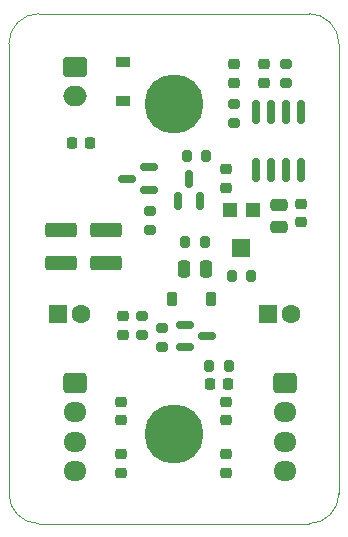
<source format=gbr>
%TF.GenerationSoftware,KiCad,Pcbnew,7.0.6*%
%TF.CreationDate,2024-05-19T20:46:52-05:00*%
%TF.ProjectId,Magic_Wand_Timer,4d616769-635f-4576-916e-645f54696d65,rev?*%
%TF.SameCoordinates,Original*%
%TF.FileFunction,Soldermask,Top*%
%TF.FilePolarity,Negative*%
%FSLAX46Y46*%
G04 Gerber Fmt 4.6, Leading zero omitted, Abs format (unit mm)*
G04 Created by KiCad (PCBNEW 7.0.6) date 2024-05-19 20:46:52*
%MOMM*%
%LPD*%
G01*
G04 APERTURE LIST*
G04 Aperture macros list*
%AMRoundRect*
0 Rectangle with rounded corners*
0 $1 Rounding radius*
0 $2 $3 $4 $5 $6 $7 $8 $9 X,Y pos of 4 corners*
0 Add a 4 corners polygon primitive as box body*
4,1,4,$2,$3,$4,$5,$6,$7,$8,$9,$2,$3,0*
0 Add four circle primitives for the rounded corners*
1,1,$1+$1,$2,$3*
1,1,$1+$1,$4,$5*
1,1,$1+$1,$6,$7*
1,1,$1+$1,$8,$9*
0 Add four rect primitives between the rounded corners*
20,1,$1+$1,$2,$3,$4,$5,0*
20,1,$1+$1,$4,$5,$6,$7,0*
20,1,$1+$1,$6,$7,$8,$9,0*
20,1,$1+$1,$8,$9,$2,$3,0*%
G04 Aperture macros list end*
%ADD10RoundRect,0.200000X0.275000X-0.200000X0.275000X0.200000X-0.275000X0.200000X-0.275000X-0.200000X0*%
%ADD11RoundRect,0.250000X-0.475000X0.250000X-0.475000X-0.250000X0.475000X-0.250000X0.475000X0.250000X0*%
%ADD12RoundRect,0.225000X-0.250000X0.225000X-0.250000X-0.225000X0.250000X-0.225000X0.250000X0.225000X0*%
%ADD13RoundRect,0.150000X0.587500X0.150000X-0.587500X0.150000X-0.587500X-0.150000X0.587500X-0.150000X0*%
%ADD14C,5.000000*%
%ADD15RoundRect,0.150000X-0.587500X-0.150000X0.587500X-0.150000X0.587500X0.150000X-0.587500X0.150000X0*%
%ADD16RoundRect,0.150000X0.150000X-0.587500X0.150000X0.587500X-0.150000X0.587500X-0.150000X-0.587500X0*%
%ADD17RoundRect,0.250000X-0.725000X0.600000X-0.725000X-0.600000X0.725000X-0.600000X0.725000X0.600000X0*%
%ADD18O,1.950000X1.700000*%
%ADD19RoundRect,0.200000X0.200000X0.275000X-0.200000X0.275000X-0.200000X-0.275000X0.200000X-0.275000X0*%
%ADD20RoundRect,0.225000X0.250000X-0.225000X0.250000X0.225000X-0.250000X0.225000X-0.250000X-0.225000X0*%
%ADD21RoundRect,0.225000X-0.225000X-0.250000X0.225000X-0.250000X0.225000X0.250000X-0.225000X0.250000X0*%
%ADD22R,1.600000X1.600000*%
%ADD23C,1.600000*%
%ADD24R,1.200000X0.900000*%
%ADD25RoundRect,0.225000X0.225000X0.375000X-0.225000X0.375000X-0.225000X-0.375000X0.225000X-0.375000X0*%
%ADD26RoundRect,0.200000X-0.275000X0.200000X-0.275000X-0.200000X0.275000X-0.200000X0.275000X0.200000X0*%
%ADD27RoundRect,0.250000X-0.750000X0.600000X-0.750000X-0.600000X0.750000X-0.600000X0.750000X0.600000X0*%
%ADD28O,2.000000X1.700000*%
%ADD29RoundRect,0.250000X-1.075000X0.375000X-1.075000X-0.375000X1.075000X-0.375000X1.075000X0.375000X0*%
%ADD30R,1.200000X1.200000*%
%ADD31R,1.600000X1.500000*%
%ADD32RoundRect,0.250000X-0.250000X-0.475000X0.250000X-0.475000X0.250000X0.475000X-0.250000X0.475000X0*%
%ADD33RoundRect,0.150000X-0.150000X0.825000X-0.150000X-0.825000X0.150000X-0.825000X0.150000X0.825000X0*%
%TA.AperFunction,Profile*%
%ADD34C,0.100000*%
%TD*%
G04 APERTURE END LIST*
D10*
%TO.C,R5*%
X171450000Y-91440000D03*
X171450000Y-93090000D03*
%TD*%
D11*
%TO.C,C14*%
X175260000Y-100015000D03*
X175260000Y-101915000D03*
%TD*%
D12*
%TO.C,C11*%
X171450000Y-89675000D03*
X171450000Y-88125000D03*
%TD*%
D13*
%TO.C,Q3*%
X164259500Y-98740000D03*
X164259500Y-96840000D03*
X162384500Y-97790000D03*
%TD*%
D14*
%TO.C,H2*%
X166370000Y-91440000D03*
%TD*%
D15*
%TO.C,Q1*%
X167337500Y-110175000D03*
X167337500Y-112075000D03*
X169212500Y-111125000D03*
%TD*%
D16*
%TO.C,Q2*%
X166690000Y-99665000D03*
X168590000Y-99665000D03*
X167640000Y-97790000D03*
%TD*%
D17*
%TO.C,J1*%
X158005000Y-115055000D03*
D18*
X158005000Y-117555000D03*
X158005000Y-120055000D03*
X158005000Y-122555000D03*
%TD*%
D19*
%TO.C,R8*%
X171260000Y-106045000D03*
X172910000Y-106045000D03*
%TD*%
D20*
%TO.C,C8*%
X161925000Y-116700000D03*
X161925000Y-118250000D03*
%TD*%
D21*
%TO.C,C4*%
X170955000Y-115189000D03*
X169405000Y-115189000D03*
%TD*%
D12*
%TO.C,C13*%
X173990000Y-89675000D03*
X173990000Y-88125000D03*
%TD*%
D22*
%TO.C,C5*%
X174304888Y-109220000D03*
D23*
X176304888Y-109220000D03*
%TD*%
D24*
%TO.C,D2*%
X162052000Y-91185000D03*
X162052000Y-87885000D03*
%TD*%
D25*
%TO.C,D1*%
X169544000Y-107950000D03*
X166244000Y-107950000D03*
%TD*%
D26*
%TO.C,R9*%
X164338000Y-102171000D03*
X164338000Y-100521000D03*
%TD*%
D21*
%TO.C,C15*%
X159271000Y-94742000D03*
X157721000Y-94742000D03*
%TD*%
D27*
%TO.C,J3*%
X158005000Y-88305000D03*
D28*
X158005000Y-90805000D03*
%TD*%
D12*
%TO.C,C3*%
X161925000Y-122695000D03*
X161925000Y-121145000D03*
%TD*%
D17*
%TO.C,J2*%
X175785000Y-115055000D03*
D18*
X175785000Y-117555000D03*
X175785000Y-120055000D03*
X175785000Y-122555000D03*
%TD*%
D12*
%TO.C,C6*%
X177165000Y-101486000D03*
X177165000Y-99936000D03*
%TD*%
D29*
%TO.C,F2*%
X156845000Y-104905000D03*
X156845000Y-102105000D03*
%TD*%
D12*
%TO.C,C1*%
X162052000Y-111011000D03*
X162052000Y-109461000D03*
%TD*%
D30*
%TO.C,RV1*%
X173085000Y-100435000D03*
D31*
X172085000Y-103685000D03*
D30*
X171085000Y-100435000D03*
%TD*%
D12*
%TO.C,C12*%
X170815000Y-122695000D03*
X170815000Y-121145000D03*
%TD*%
D10*
%TO.C,R2*%
X165354000Y-110427000D03*
X165354000Y-112077000D03*
%TD*%
D19*
%TO.C,R3*%
X169355000Y-113665000D03*
X171005000Y-113665000D03*
%TD*%
D22*
%TO.C,C2*%
X156524888Y-109220000D03*
D23*
X158524888Y-109220000D03*
%TD*%
D32*
%TO.C,C10*%
X167198000Y-105410000D03*
X169098000Y-105410000D03*
%TD*%
D20*
%TO.C,C9*%
X170815000Y-97015000D03*
X170815000Y-98565000D03*
%TD*%
D33*
%TO.C,U1*%
X177165000Y-92140000D03*
X175895000Y-92140000D03*
X174625000Y-92140000D03*
X173355000Y-92140000D03*
X173355000Y-97090000D03*
X174625000Y-97090000D03*
X175895000Y-97090000D03*
X177165000Y-97090000D03*
%TD*%
D29*
%TO.C,F1*%
X160655000Y-104905000D03*
X160655000Y-102105000D03*
%TD*%
D14*
%TO.C,H1*%
X166370000Y-119380000D03*
%TD*%
D20*
%TO.C,C7*%
X170815000Y-116700000D03*
X170815000Y-118250000D03*
%TD*%
D26*
%TO.C,R4*%
X175895000Y-89725000D03*
X175895000Y-88075000D03*
%TD*%
D19*
%TO.C,R6*%
X167323000Y-103124000D03*
X168973000Y-103124000D03*
%TD*%
D10*
%TO.C,R1*%
X163703000Y-109411000D03*
X163703000Y-111061000D03*
%TD*%
D19*
%TO.C,R7*%
X167450000Y-95885000D03*
X169100000Y-95885000D03*
%TD*%
D34*
X152400000Y-124460000D02*
X152400000Y-86360000D01*
X152400000Y-124460000D02*
G75*
G03*
X154940000Y-127000000I2540000J0D01*
G01*
X177800000Y-127000000D02*
G75*
G03*
X180340000Y-124460000I0J2540000D01*
G01*
X177800000Y-127000000D02*
X154940000Y-127000000D01*
X180340000Y-86360000D02*
G75*
G03*
X177800000Y-83820000I-2540000J0D01*
G01*
X154940000Y-83820000D02*
G75*
G03*
X152400000Y-86360000I0J-2540000D01*
G01*
X180340000Y-86360000D02*
X180340000Y-124460000D01*
X177800000Y-83820000D02*
X154940000Y-83820000D01*
M02*

</source>
